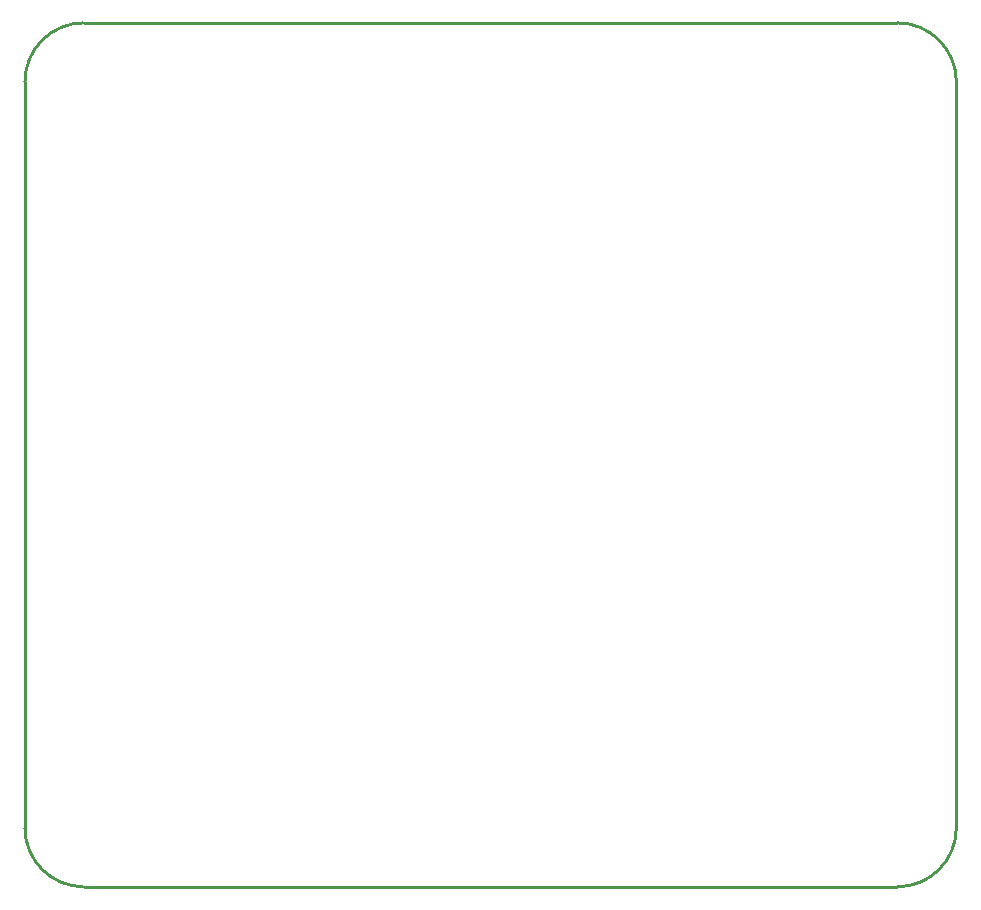
<source format=gko>
G04 Layer: BoardOutlineLayer*
G04 EasyEDA v6.5.47, 2024-12-02 16:04:41*
G04 21ecff18f707448a99b4ba636b948567,dcd0ed1caef0489ea57f60499794c5f0,10*
G04 Gerber Generator version 0.2*
G04 Scale: 100 percent, Rotated: No, Reflected: No *
G04 Dimensions in inches *
G04 leading zeros omitted , absolute positions ,3 integer and 6 decimal *
%FSLAX36Y36*%
%MOIN*%

%ADD10C,0.0100*%
D10*
X0Y196849D02*
G01*
X0Y2683144D01*
X2908144Y0D02*
G01*
X196849Y0D01*
X3104993Y2683144D02*
G01*
X3104993Y196849D01*
X196849Y2879994D02*
G01*
X2908144Y2879994D01*
G75*
G01*
X2908144Y2879994D02*
G02*
X3104994Y2683144I0J-196850D01*
G75*
G01*
X3104994Y196850D02*
G02*
X2908144Y0I-196850J0D01*
G75*
G01*
X196850Y0D02*
G02*
X0Y196850I0J196850D01*
G75*
G01*
X0Y2683144D02*
G02*
X196850Y2879994I196850J0D01*

%LPD*%
M02*

</source>
